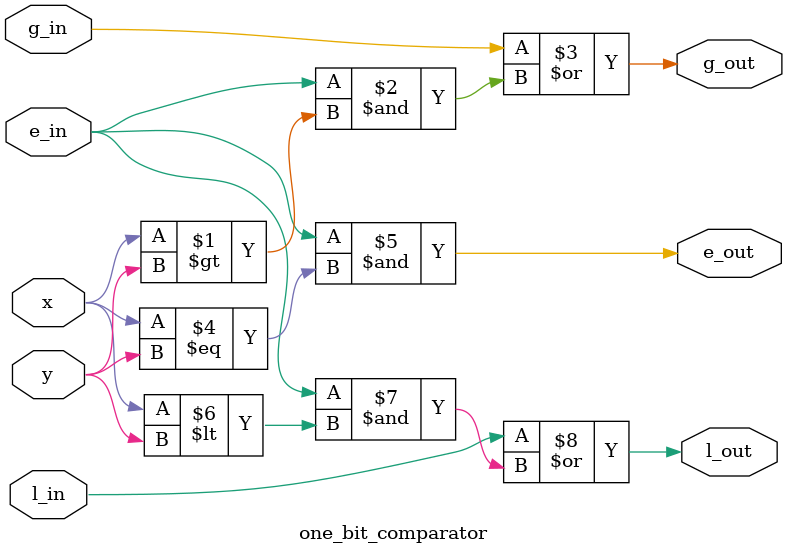
<source format=v>
module one_bit_comparator(input g_in, input e_in, input l_in, input x, input y, output g_out, output e_out, output l_out);
	assign g_out = g_in | (e_in & (x > y));
	assign e_out = e_in & (x == y);
	assign l_out = l_in | (e_in & (x < y));
endmodule
</source>
